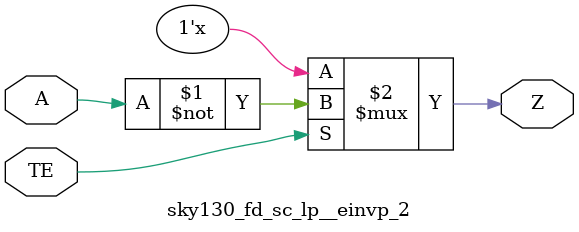
<source format=v>
/*
 * Copyright 2020 The SkyWater PDK Authors
 *
 * Licensed under the Apache License, Version 2.0 (the "License");
 * you may not use this file except in compliance with the License.
 * You may obtain a copy of the License at
 *
 *     https://www.apache.org/licenses/LICENSE-2.0
 *
 * Unless required by applicable law or agreed to in writing, software
 * distributed under the License is distributed on an "AS IS" BASIS,
 * WITHOUT WARRANTIES OR CONDITIONS OF ANY KIND, either express or implied.
 * See the License for the specific language governing permissions and
 * limitations under the License.
 *
 * SPDX-License-Identifier: Apache-2.0
*/


`ifndef SKY130_FD_SC_LP__EINVP_2_FUNCTIONAL_V
`define SKY130_FD_SC_LP__EINVP_2_FUNCTIONAL_V

/**
 * einvp: Tri-state inverter, positive enable.
 *
 * Verilog simulation functional model.
 */

`timescale 1ns / 1ps
`default_nettype none

`celldefine
module sky130_fd_sc_lp__einvp_2 (
    Z ,
    A ,
    TE
);

    // Module ports
    output Z ;
    input  A ;
    input  TE;

    //     Name     Output  Other arguments
    notif1 notif10 (Z     , A, TE          );

endmodule
`endcelldefine

`default_nettype wire
`endif  // SKY130_FD_SC_LP__EINVP_2_FUNCTIONAL_V

</source>
